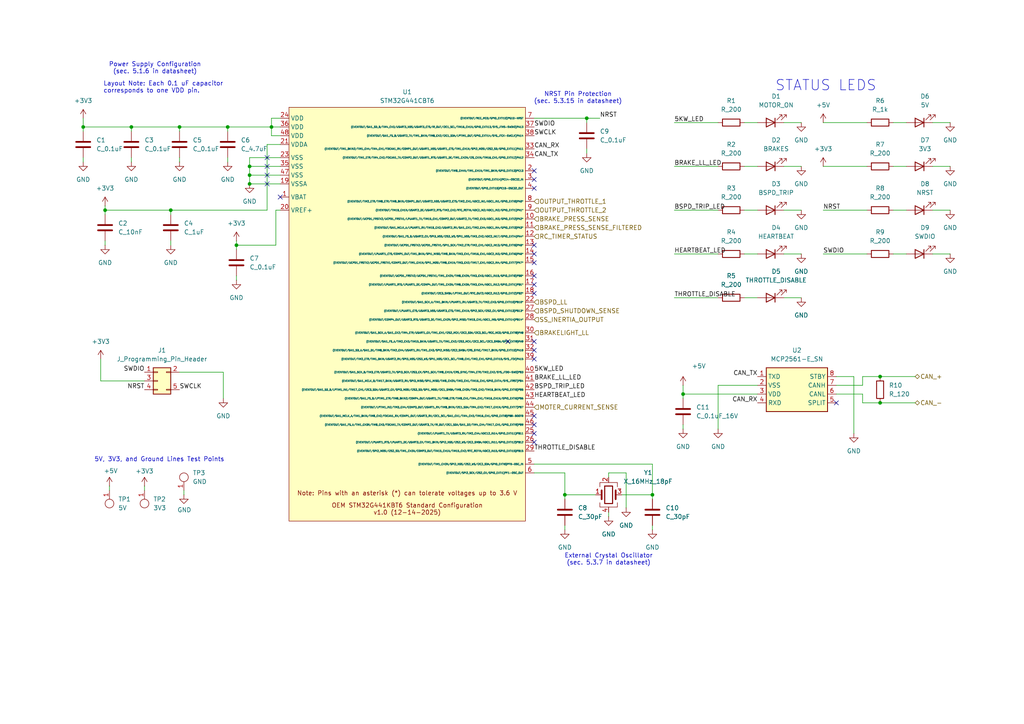
<source format=kicad_sch>
(kicad_sch (version 20250114) (generator "eeschema") (generator_version "9.0")
  (paper "A4")
  (title_block (title "Microcontroller - STM32G441CBT6") (comment 1 "By Leo Liao"))
  (lib_symbols
    (symbol "OEM:C_0.1uF_16V_0603" (pin_numbers (hide yes)) (pin_names (offset 0.254))
      (property "Reference" "C" (at 0.635 2.54 0))
      (property "Value" "C_0.1uF_16V" (at 0.635 -2.54 0))
      (symbol "C_0.1uF_16V_0603_1_1"
        (pin passive line (at 0 3.81 270) (length 2.794) (name "~") (number "1"))
        (pin passive line (at 0 -3.81 90) (length 2.794) (name "~") (number "2"))
      )
    )
    (symbol "OEM:C_10nF_50V_0603" (pin_numbers (hide yes)) (pin_names (offset 0.254))
      (property "Reference" "C" (at 0.635 2.54 0))
      (property "Value" "C_10nF_50V" (at 0.635 -2.54 0))
      (symbol "C_10nF_50V_0603_1_1"
        (pin passive line (at 0 3.81 270) (length 2.794) (name "~") (number "1"))
        (pin passive line (at 0 -3.81 90) (length 2.794) (name "~") (number "2"))
      )
    )
    (symbol "OEM:C_1uF_25V_0603" (pin_numbers (hide yes)) (pin_names (offset 0.254))
      (property "Reference" "C" (at 0.635 2.54 0))
      (property "Value" "C_1uF_25V" (at 0.635 -2.54 0))
      (symbol "C_1uF_25V_0603_1_1"
        (pin passive line (at 0 3.81 270) (length 2.794) (name "~") (number "1"))
        (pin passive line (at 0 -3.81 90) (length 2.794) (name "~") (number "2"))
      )
    )
    (symbol "OEM:C_30pF_50V_0603" (pin_numbers (hide yes)) (pin_names (offset 0.254))
      (property "Reference" "C" (at 0.635 2.54 0))
      (property "Value" "C_30pF_50V" (at 0.635 -2.54 0))
      (symbol "C_30pF_50V_0603_1_1"
        (pin passive line (at 0 3.81 270) (length 2.794) (name "~") (number "1"))
        (pin passive line (at 0 -3.81 90) (length 2.794) (name "~") (number "2"))
      )
    )
    (symbol "OEM:C_4.7uF_25V_0603" (pin_numbers (hide yes)) (pin_names (offset 0.254))
      (property "Reference" "C" (at 0.635 2.54 0))
      (property "Value" "C_4.7uF_25V" (at 0.635 -2.54 0))
      (symbol "C_4.7uF_25V_0603_1_1"
        (pin passive line (at 0 3.81 270) (length 2.794) (name "~") (number "1"))
        (pin passive line (at 0 -3.81 90) (length 2.794) (name "~") (number "2"))
      )
    )
    (symbol "OEM:D_LED_Amber_0805" (pin_numbers (hide yes)) (pin_names (offset 1.016) (hide yes))
      (property "Reference" "D" (at 0 2.54 0))
      (property "Value" "D_Amber_LED" (at 0 -2.54 0))
      (symbol "D_LED_Amber_0805_1_1"
        (pin passive line (at -3.81 0 0) (length 2.54) (name "K") (number "1"))
        (pin passive line (at 3.81 0 180) (length 2.54) (name "A") (number "2"))
      )
    )
    (symbol "OEM:D_LED_Green_0805" (pin_numbers (hide yes)) (pin_names (offset 1.016) (hide yes))
      (property "Reference" "D" (at 0 2.54 0))
      (property "Value" "D_Green_LED" (at 0 -2.54 0))
      (symbol "D_LED_Green_0805_1_1"
        (pin passive line (at -3.81 0 0) (length 2.54) (name "K") (number "1"))
        (pin passive line (at 3.81 0 180) (length 2.54) (name "A") (number "2"))
      )
    )
    (symbol "OEM:D_LED_Red_0805" (pin_numbers (hide yes)) (pin_names (offset 1.016) (hide yes))
      (property "Reference" "D" (at 0 2.54 0))
      (property "Value" "D_Red_LED" (at 0 -2.54 0))
      (symbol "D_LED_Red_0805_1_1"
        (pin passive line (at -3.81 0 0) (length 2.54) (name "K") (number "1"))
        (pin passive line (at 3.81 0 180) (length 2.54) (name "A") (number "2"))
      )
    )
    (symbol "OEM:D_LED_White_0805" (pin_numbers (hide yes)) (pin_names (offset 1.016) (hide yes))
      (property "Reference" "D" (at 0 2.54 0))
      (property "Value" "LED" (at 0 -2.54 0))
      (symbol "D_LED_White_0805_1_1"
        (pin passive line (at -3.81 0 0) (length 2.54) (name "K") (number "1"))
        (pin passive line (at 3.81 0 180) (length 2.54) (name "A") (number "2"))
      )
    )
    (symbol "OEM:J_Programming_Pin_Header" (pin_names (offset 1.016) (hide yes))
      (property "Reference" "J" (at 1.27 5.08 0))
      (property "Value" "J_Programming_Pin_Header" (at 1.27 -5.08 0))
      (symbol "J_Programming_Pin_Header_1_1"
        (pin passive line (at -3.81 2.54 0) (length 2.54) (name "Pin_1") (number "1"))
        (pin passive line (at -3.81 0 0) (length 2.54) (name "Pin_3") (number "3"))
        (pin passive line (at -3.81 -2.54 0) (length 2.54) (name "Pin_4") (number "4"))
        (pin passive line (at 6.35 2.54 180) (length 2.54) (name "Pin_2") (number "2"))
        (pin passive line (at 6.35 -2.54 180) (length 2.54) (name "Pin_5") (number "5"))
      )
    )
    (symbol "OEM:R_120_0.1W_0603" (pin_numbers (hide yes)) (pin_names (offset 0))
      (property "Reference" "R" (at 2.032 0 90))
      (property "Value" "R_120" (at 0 0 90))
      (symbol "R_120_0.1W_0603_1_1"
        (pin passive line (at 0 3.81 270) (length 1.27) (name "~") (number "1"))
        (pin passive line (at 0 -3.81 90) (length 1.27) (name "~") (number "2"))
      )
    )
    (symbol "OEM:R_1k_0.1W_0603" (pin_numbers (hide yes)) (pin_names (offset 0))
      (property "Reference" "R" (at 2.032 0 90))
      (property "Value" "R_1k" (at 0 0 90))
      (symbol "R_1k_0.1W_0603_1_1"
        (pin passive line (at 0 3.81 270) (length 1.27) (name "~") (number "1"))
        (pin passive line (at 0 -3.81 90) (length 1.27) (name "~") (number "2"))
      )
    )
    (symbol "OEM:R_200_0.1W_0603" (pin_numbers (hide yes)) (pin_names (offset 0))
      (property "Reference" "R" (at 2.032 0 90))
      (property "Value" "R_200" (at 0 0 90))
      (symbol "R_200_0.1W_0603_1_1"
        (pin passive line (at 0 3.81 270) (length 1.27) (name "~") (number "1"))
        (pin passive line (at 0 -3.81 90) (length 1.27) (name "~") (number "2"))
      )
    )
    (symbol "OEM:TP_Hook_SMD" (pin_names (offset 1.016))
      (property "Reference" "TP" (at 0 7.62 0))
      (property "Value" "TP_SMD" (at 1.27 5.08 0))
      (symbol "TP_Hook_SMD_1_1"
        (pin input line (at 0 -1.27 90) (length 2.54) (name "~") (number "1"))
      )
    )
    (symbol "OEM:U_CAN-Transceiver_MCP2561-E_SN_SOIC-8"
      (property "Reference" "U" (at 10.16 11.43 0))
      (property "Value" "MCP2561-E_SN" (at 10.16 8.89 0))
      (symbol "U_CAN-Transceiver_MCP2561-E_SN_SOIC-8_1_1"
        (pin passive line (at -11.43 3.81 0) (length 2.54) (name "TXD") (number "1"))
        (pin passive line (at -11.43 1.27 0) (length 2.54) (name "VSS") (number "2"))
        (pin passive line (at -11.43 -1.27 0) (length 2.54) (name "VDD") (number "3"))
        (pin passive line (at -11.43 -3.81 0) (length 2.54) (name "RXD") (number "4"))
        (pin passive line (at 11.43 3.81 180) (length 2.54) (name "STBY") (number "8"))
        (pin passive line (at 11.43 1.27 180) (length 2.54) (name "CANH") (number "7"))
        (pin passive line (at 11.43 -1.27 180) (length 2.54) (name "CANL") (number "6"))
        (pin passive line (at 11.43 -3.81 180) (length 2.54) (name "SPLIT") (number "5"))
      )
    )
    (symbol "OEM:U_MCU_STM32G441CBT6-Detailed_48-LQFP"
      (property "Reference" "U" (at 0 57.912 0))
      (property "Value" "STM32G441CBT6" (at 0 55.372 0))
      (symbol "U_MCU_STM32G441CBT6-Detailed_48-LQFP_1_1"
        (text "Note: Pins with an asterisk (*) can tolerate voltages up to 3.6 V\n" (at 0 -59.182 0) (effects (font (size 1.27 1.27))))
        (text "OEM STM32G441KBT6 Standard Configuration\nv1.0 (12-14-2025)" (at 0 -63.754 0) (effects (font (size 1.27 1.27))))
        (pin power_in line (at -36.83 49.53 0) (length 2.54) (name "VDD") (number "24"))
        (pin power_in line (at -36.83 46.99 0) (length 2.54) (name "VDD") (number "36"))
        (pin power_in line (at -36.83 44.45 0) (length 2.54) (name "VDD") (number "48"))
        (pin power_in line (at -36.83 41.91 0) (length 2.54) (name "VDDA") (number "21"))
        (pin power_in line (at -36.83 38.1 0) (length 2.54) (name "VSS") (number "23"))
        (pin power_in line (at -36.83 35.56 0) (length 2.54) (name "VSS") (number "35"))
        (pin power_in line (at -36.83 33.02 0) (length 2.54) (name "VSS") (number "47"))
        (pin power_in line (at -36.83 30.48 0) (length 2.54) (name "VSSA") (number "19"))
        (pin power_in line (at -36.83 26.67 0) (length 2.54) (name "VBAT") (number "1"))
        (pin power_in line (at -36.83 22.86 0) (length 2.54) (name "VREF+") (number "20"))
        (pin bidirectional line (at 36.83 49.53 180) (length 2.54) (name "(EVENTOUT/RCC_MCO/GPIO_EXTI10)PG10-NRST") (number "7"))
        (pin bidirectional line (at 36.83 46.99 180) (length 2.54) (name "(EVENTOUT/SAI1_SD_B/TIM4_CH3/USART3_NSS/USART3_CTS/IR_OUT/I2C1_SCL/TIM16_CH1N/GPIO_EXTI13/SYS_JTMS-SWDIO)PA13") (number "37"))
        (pin bidirectional line (at 36.83 44.45 180) (length 2.54) (name "(EVENTOUT/SAI1_FS_B/USART2_TX/TIM1_BKIN/TIM8_CH2/I2C1_SDA/LPTIM1_OUT/GPIO_EXTI14/SYS_JTCK-SWCLK)PA14") (number "38"))
        (pin bidirectional line (at 36.83 40.64 180) (length 2.54) (name "(EVENTOUT/TIM1_BKIN2/TIM1_CH4/TIM4_CH1/FDCAN1_RX/COMP1_OUT/USART1_NSS/USART1_CTS/TIM1_CH1N/SPI2_MOSI/I2S2_SD/GPIO_EXTI11)PA11") (number "33"))
        (pin bidirectional line (at 36.83 38.1 180) (length 2.54) (name "(EVENTOUT/TIM1_ETR/TIM4_CH2/FDCAN1_TX/COMP2_OUT/USART1_RTS/USART1_DE/TIM1_CH2N/I2S_CKIN/TIM16_CH1/GPIO_EXTI12)PA12") (number "34"))
        (pin bidirectional line (at 36.83 34.29 180) (length 2.54) (name "(EVENTOUT/TIM8_CH4N/TIM1_CH1N/TIM1_BKIN/GPIO_EXTI13)PC13") (number "2"))
        (pin bidirectional line (at 36.83 31.75 180) (length 2.54) (name "(EVENTOUT/GPIO_EXTI14)PC14-OSC32_IN") (number "3"))
        (pin bidirectional line (at 36.83 29.21 180) (length 2.54) (name "(EVENTOUT/GPIO_EXTI15)PC15-OSC32_OUT") (number "4"))
        (pin bidirectional line (at 36.83 25.4 180) (length 2.54) (name "(EVENTOUT/TIM2_ETR/TIM8_ETR/TIM8_BKIN/COMP1_OUT/USART2_NSS/USART2_CTS/TIM2_CH1/ADC2_IN1/ADC1_IN1/GPIO_EXTI0)PA0*") (number "8"))
        (pin bidirectional line (at 36.83 22.86 180) (length 2.54) (name "(EVENTOUT/TIM15_CH1N/USART2_DE/USART2_RTS/TIM2_CH2/RTC_REFIN/ADC2_IN2/ADC1_IN2/GPIO_EXTI1)PA1*") (number "9"))
        (pin bidirectional line (at 36.83 20.32 180) (length 2.54) (name "(EVENTOUT/UCPD1_FRSTX2/UCPD1_FRSTX1/LPUART1_TX/TIM15_CH1/COMP2_OUT/USART2_TX/TIM2_CH3/ADC1_IN3/GPIO_EXTI2)PA2*") (number "10"))
        (pin bidirectional line (at 36.83 17.78 180) (length 2.54) (name "(EVENTOUT/SAI1_MCLK_A/LPUART1_RX/TIM15_CH2/USART2_RX/SAI1_CK1/TIM2_CH4/ADC1_IN4/GPIO_EXTI3)PA3*") (number "11"))
        (pin bidirectional line (at 36.83 15.24 180) (length 2.54) (name "(EVENTOUT/SAI1_FS_B/USART2_CK/SPI3_NSS/I2S3_WS/SPI1_NSS/TIM3_CH2/ADC2_IN17/GPIO_EXTI4)PA4*") (number "12"))
        (pin bidirectional line (at 36.83 12.7 180) (length 2.54) (name "(EVENTOUT/UCPD1_FRSTX2/UCPD1_FRSTX1/SPI1_SCK/TIM2_ETR/TIM2_CH1/ADC2_IN13/GPIO_EXTI5)PA5*") (number "13"))
        (pin bidirectional line (at 36.83 10.16 180) (length 2.54) (name "(EVENTOUT/LPUART1_CTS/COMP1_OUT/TIM1_BKIN/SPI1_MISO/TIM8_BKIN/TIM3_CH1/TIM16_CH1/ADC2_IN3/GPIO_EXTI6)PA6*") (number "14"))
        (pin bidirectional line (at 36.83 7.62 180) (length 2.54) (name "(EVENTOUT/UCPD1_FRSTX2/UCPD1_FRSTX1/COMP2_OUT/TIM1_CH1N/SPI1_MOSI/TIM8_CH1N/TIM3_CH2/TIM17_CH1/ADC2_IN4/GPIO_EXTI7)PA7*") (number "15"))
        (pin bidirectional line (at 36.83 3.81 180) (length 2.54) (name "(EVENTOUT/UCPD1_FRSTX2/UCPD1_FRSTX1/TIM1_CH2N/TIM8_CH2N/TIM3_CH3/ADC1_IN15/GPIO_EXTI0)PB0*") (number "16"))
        (pin bidirectional line (at 36.83 1.27 180) (length 2.54) (name "(EVENTOUT/LPUART1_RTS/LPUART1_DE/COMP4_OUT/TIM1_CH3N/TIM8_CH3N/TIM3_CH4/ADC1_IN12/GPIO_EXTI1)PB1*") (number "17"))
        (pin bidirectional line (at 36.83 -1.27 180) (length 2.54) (name "(EVENTOUT/I2C3_SMBA/LPTIM1_OUT/RTC_OUT2/ADC2_IN12/GPIO_EXTI2)PB2*") (number "18"))
        (pin bidirectional line (at 36.83 -3.81 180) (length 2.54) (name "(EVENTOUT/SAI1_SCK_A/TIM1_BKIN/LPUART1_RX/USART3_TX/TIM2_CH3/GPIO_EXTI10)PB10*") (number "22"))
        (pin bidirectional line (at 36.83 -6.35 180) (length 2.54) (name "(EVENTOUT/LPUART1_CTS/USART3_NSS/USART3_CTS/TIM1_CH1N/SPI2_SCK/I2S2_CK/GPIO_EXTI13)PB13*") (number "27"))
        (pin bidirectional line (at 36.83 -8.89 180) (length 2.54) (name "(EVENTOUT/COMP4_OUT/USART3_RTS/USART3_DE/TIM1_CH2N/SPI2_MISO/TIM15_CH1/ADC1_IN5/GPIO_EXTI14)PB14*") (number "28"))
        (pin bidirectional line (at 36.83 -12.7 180) (length 2.54) (name "(EVENTOUT/SAI1_SCK_A/SAI1_CK2/TIM4_ETR/USART1_CK/TIM1_CH1/I2S2_MCK/I2C2_SDA/I2C3_SCL/RCC_MCO/GPIO_EXTI8)PA8") (number "30"))
        (pin bidirectional line (at 36.83 -15.24 180) (length 2.54) (name "(EVENTOUT/SAI1_FS_A/TIM2_CH3/TIM15_BKIN/USART1_TX/TIM1_CH2/I2S3_MCK/I2C2_SCL/I2C3_SMBA/GPIO_EXTI9)PA9") (number "31"))
        (pin bidirectional line (at 36.83 -17.78 180) (length 2.54) (name "(EVENTOUT/SAI1_SD_A/SAI1_D1/TIM8_BKIN/TIM2_CH4/USART1_RX/TIM1_CH3/SPI2_MISO/I2C2_SMBA/CRS_SYNC/TIM17_BKIN/GPIO_EXTI10)PA10") (number "32"))
        (pin bidirectional line (at 36.83 -20.32 180) (length 2.54) (name "(EVENTOUT/TIM2_ETR/TIM1_BKIN/USART2_RX/SPI3_NSS/I2S3_WS/SPI1_NSS/I2C1_SCL/TIM8_CH1/TIM2_CH1/GPIO_EXTI15/SYS_JTDI)PA15") (number "39"))
        (pin bidirectional line (at 36.83 -24.13 180) (length 2.54) (name "(EVENTOUT/SAI1_SCK_B/TIM3_ETR/USART2_TX/SPI3_SCK/I2S3_CK/SPI1_SCK/TIM8_CH1N/CRS_SYNC/TIM4_ETR/TIM2_CH2/SYS_JTDO-SWO)PB3") (number "40"))
        (pin bidirectional line (at 36.83 -26.67 180) (length 2.54) (name "(EVENTOUT/SAI1_MCLK_B/TIM17_BKIN/USART2_RX/SPI3_MISO/SPI1_MISO/TIM8_CH2N/TIM3_CH1/TIM16_CH1/GPIO_EXTI4/SYS_JTRST)PB4") (number "41"))
        (pin bidirectional line (at 36.83 -29.21 180) (length 2.54) (name "(EVENTOUT/SAI1_SD_B/LPTIM1_IN1/TIM17_CH1/I2C3_SDA/USART2_CK/SPI3_MOSI/I2S3_SD/SPI1_MOSI/I2C1_SMBA/TIM8_CH3N/TIM3_CH2/TIM16_BKIN/GPIO_EXTI5)PB5") (number "42"))
        (pin bidirectional line (at 36.83 -31.75 180) (length 2.54) (name "(EVENTOUT/SAI1_FS_B/LPTIM1_ETR/TIM8_BKIN2/COMP4_OUT/USART1_TX/TIM8_ETR/TIM8_CH1/TIM4_CH1/TIM16_CH1N/GPIO_EXTI6)PB6") (number "43"))
        (pin bidirectional line (at 36.83 -34.29 180) (length 2.54) (name "(EVENTOUT/LPTIM1_IN2/TIM3_CH4/COMP3_OUT/USART1_RX/TIM8_BKIN/I2C1_SDA/TIM4_CH2/TIM17_CH1N/GPIO_EXTI7)PB7") (number "44"))
        (pin bidirectional line (at 36.83 -36.83 180) (length 2.54) (name "(EVENTOUT/SAI1_MCLK_A/TIM1_BKIN/TIM8_CH2/FDCAN1_RX/COMP1_OUT/USART3_RX/I2C1_SCL/SAI1_CK1/TIM4_CH3/TIM16_CH1/GPIO_EXTI8)PB8-BOOT0") (number "45"))
        (pin bidirectional line (at 36.83 -39.37 180) (length 2.54) (name "(EVENTOUT/SAI1_FS_A/TIM1_CH3N/TIM8_CH3/FDCAN1_TX/COMP2_OUT/USART3_TX/IR_OUT/I2C1_SDA/SAI1_D2/TIM4_CH4/TIM17_CH1/GPIO_EXTI9)PB9") (number "46"))
        (pin bidirectional line (at 36.83 -41.91 180) (length 2.54) (name "(EVENTOUT/LPUART1_TX/USART3_RX/TIM2_CH4/ADC12_IN14/GPIO_EXTI11)PB11") (number "25"))
        (pin bidirectional line (at 36.83 -44.45 180) (length 2.54) (name "(EVENTOUT/LPUART1_RTS/LPUART1_DE/USART3_CK/TIM1_BKIN/SPI2_NSS/I2S2_WS/I2C2_SMBA/ADC1_IN11/GPIO_EXTI12)PB12") (number "26"))
        (pin bidirectional line (at 36.83 -46.99 180) (length 2.54) (name "(EVENTOUT/SPI2_MOSI/I2S2_SD/TIM1_CH3N/COMP3_OUT/TIM15_CH1N/TIM15_CH2/RTC_REFIN/ADC2_IN15/GPIO_EXTI15)PB15") (number "29"))
        (pin bidirectional line (at 36.83 -50.8 180) (length 2.54) (name "(EVENTOUT/TIM1_CH3N/SPI2_NSS/I2S2_WS/I2C2_SDA/GPIO_EXTI0)PF0-OSC_IN") (number "5"))
        (pin bidirectional line (at 36.83 -53.34 180) (length 2.54) (name "(EVENTOUT/SPI2_SCK/I2S2_CK/GPIO_EXTI1)PF1-OSC_OUT") (number "6"))
      )
    )
    (symbol "OEM:X_16MHz_18pF_SMD" (pin_names (offset 1.016) (hide yes))
      (property "Reference" "Y" (at 3.175 5.08 0))
      (property "Value" "X_16MHz_18pF" (at 3.175 3.175 0))
      (symbol "X_16MHz_18pF_SMD_1_1"
        (pin passive line (at -3.81 0 0) (length 1.27) (name "1") (number "1"))
        (pin passive line (at 0 5.08 270) (length 1.27) (name "2") (number "2"))
        (pin passive line (at 0 -5.08 90) (length 1.27) (name "4") (number "4"))
        (pin passive line (at 3.81 0 180) (length 1.27) (name "3") (number "3"))
      )
    )
    (symbol "power:+3V3" (power) (pin_numbers (hide yes)) (pin_names (offset 0) (hide yes))
      (property "Value" "+3V3" (at 0 3.556 0))
      (symbol "+3V3_1_1"
        (pin power_in line (at 0 0 90) (length 0) (name "~") (number "1"))
      )
    )
    (symbol "power:+5V" (power) (pin_numbers (hide yes)) (pin_names (offset 0) (hide yes))
      (property "Value" "+5V" (at 0 3.556 0))
      (symbol "+5V_1_1"
        (pin power_in line (at 0 0 90) (length 0) (name "~") (number "1"))
      )
    )
    (symbol "power:GND" (power) (pin_numbers (hide yes)) (pin_names (offset 0) (hide yes))
      (property "Value" "GND" (at 0 -3.81 0))
      (symbol "GND_1_1"
        (pin power_in line (at 0 0 270) (length 0) (name "~") (number "1"))
      )
    )
  )
  (text "Power Supply Configuration\n(sec. 5.1.6 in datasheet)" (at 44.958 19.812 0) (effects (font (size 1.27 1.27))))
  (text "NRST Pin Protection\n(sec. 5.3.15 in datasheet)" (at 167.64 28.448 0) (effects (font (size 1.27 1.27))))
  (text "Layout Note: Each 0.1 uF capacitor\ncorresponds to one VDD pin." (at 29.972 25.4 0) (effects (font (size 1.27 1.27)) (justify left)))
  (text "STATUS LEDS" (at 224.79 26.67 0) (effects (font (size 3 3)) (justify left bottom)))
  (text "5V, 3V3, and Ground Lines Test Points" (at 46.228 133.35 0) (effects (font (size 1.27 1.27))))
  (text "External Crystal Oscillator\n(sec. 5.3.7 in datasheet)" (at 176.53 162.306 0) (effects (font (size 1.27 1.27))))
  (junction (at 198.12 114.3))
  (junction (at 78.74 36.83))
  (junction (at 49.53 60.96))
  (junction (at 72.39 48.26))
  (junction (at 255.27 116.84))
  (junction (at 255.27 109.22))
  (junction (at 72.39 53.34))
  (junction (at 24.13 36.83))
  (junction (at 163.83 143.51))
  (junction (at 30.48 60.96))
  (junction (at 38.1 36.83))
  (junction (at 68.58 71.12))
  (junction (at 189.23 143.51))
  (junction (at 170.18 34.29))
  (junction (at 66.04 36.83))
  (junction (at 52.07 36.83))
  (junction (at 72.39 50.8))
  (no_connect (at 154.94 85.09))
  (no_connect (at 154.94 76.2))
  (no_connect (at 77.47 48.26))
  (no_connect (at 81.28 57.15))
  (no_connect (at 77.47 50.8))
  (no_connect (at 154.94 125.73))
  (no_connect (at 154.94 104.14))
  (no_connect (at 154.94 128.27))
  (no_connect (at 77.47 53.34))
  (no_connect (at 154.94 99.06))
  (no_connect (at 154.94 101.6))
  (no_connect (at 154.94 82.55))
  (no_connect (at 154.94 120.65))
  (no_connect (at 154.94 54.61))
  (no_connect (at 242.57 116.84))
  (no_connect (at 154.94 71.12))
  (no_connect (at 154.94 49.53))
  (no_connect (at 154.94 80.01))
  (no_connect (at 154.94 73.66))
  (no_connect (at 147.32 99.06))
  (no_connect (at 154.94 123.19))
  (no_connect (at 154.94 52.07))
  (no_connect (at 77.47 45.72))
  (wire (pts (xy 215.9 73.66) (xy 219.71 73.66)))
  (wire (pts (xy 176.53 148.59) (xy 176.53 149.86)))
  (wire (pts (xy 259.08 35.56) (xy 262.89 35.56)))
  (wire (pts (xy 163.83 143.51) (xy 163.83 137.16)))
  (wire (pts (xy 170.18 43.18) (xy 170.18 44.45)))
  (wire (pts (xy 66.04 45.72) (xy 66.04 46.99)))
  (wire (pts (xy 250.19 114.3) (xy 250.19 116.84)))
  (wire (pts (xy 78.74 34.29) (xy 81.28 34.29)))
  (wire (pts (xy 198.12 123.19) (xy 198.12 124.46)))
  (wire (pts (xy 181.61 137.16) (xy 181.61 147.32)))
  (wire (pts (xy 78.74 36.83) (xy 81.28 36.83)))
  (wire (pts (xy 163.83 153.67) (xy 163.83 152.4)))
  (wire (pts (xy 30.48 62.23) (xy 30.48 60.96)))
  (wire (pts (xy 195.58 86.36) (xy 208.28 86.36)))
  (wire (pts (xy 52.07 45.72) (xy 52.07 46.99)))
  (wire (pts (xy 176.53 137.16) (xy 181.61 137.16)))
  (wire (pts (xy 31.75 140.97) (xy 31.75 142.24)))
  (wire (pts (xy 198.12 114.3) (xy 198.12 115.57)))
  (wire (pts (xy 72.39 45.72) (xy 72.39 48.26)))
  (wire (pts (xy 78.74 39.37) (xy 81.28 39.37)))
  (wire (pts (xy 38.1 45.72) (xy 38.1 46.99)))
  (wire (pts (xy 189.23 143.51) (xy 189.23 144.78)))
  (wire (pts (xy 227.33 35.56) (xy 232.41 35.56)))
  (wire (pts (xy 68.58 69.85) (xy 68.58 71.12)))
  (wire (pts (xy 38.1 36.83) (xy 38.1 38.1)))
  (wire (pts (xy 53.34 142.24) (xy 53.34 143.51)))
  (wire (pts (xy 24.13 45.72) (xy 24.13 46.99)))
  (wire (pts (xy 250.19 116.84) (xy 255.27 116.84)))
  (wire (pts (xy 259.08 48.26) (xy 262.89 48.26)))
  (wire (pts (xy 24.13 36.83) (xy 24.13 38.1)))
  (wire (pts (xy 38.1 36.83) (xy 52.07 36.83)))
  (wire (pts (xy 80.01 71.12) (xy 80.01 60.96)))
  (wire (pts (xy 189.23 152.4) (xy 189.23 153.67)))
  (wire (pts (xy 195.58 60.96) (xy 208.28 60.96)))
  (wire (pts (xy 68.58 71.12) (xy 68.58 72.39)))
  (wire (pts (xy 52.07 107.95) (xy 64.77 107.95)))
  (wire (pts (xy 154.94 34.29) (xy 170.18 34.29)))
  (wire (pts (xy 163.83 143.51) (xy 172.72 143.51)))
  (wire (pts (xy 238.76 73.66) (xy 251.46 73.66)))
  (wire (pts (xy 154.94 134.62) (xy 189.23 134.62)))
  (wire (pts (xy 250.19 111.76) (xy 250.19 109.22)))
  (wire (pts (xy 49.53 69.85) (xy 49.53 71.12)))
  (wire (pts (xy 242.57 109.22) (xy 247.65 109.22)))
  (wire (pts (xy 189.23 134.62) (xy 189.23 143.51)))
  (wire (pts (xy 30.48 59.69) (xy 30.48 60.96)))
  (wire (pts (xy 80.01 60.96) (xy 81.28 60.96)))
  (wire (pts (xy 195.58 35.56) (xy 208.28 35.56)))
  (wire (pts (xy 227.33 73.66) (xy 232.41 73.66)))
  (wire (pts (xy 215.9 60.96) (xy 219.71 60.96)))
  (wire (pts (xy 72.39 48.26) (xy 81.28 48.26)))
  (wire (pts (xy 238.76 35.56) (xy 251.46 35.56)))
  (wire (pts (xy 24.13 36.83) (xy 38.1 36.83)))
  (wire (pts (xy 265.43 109.22) (xy 255.27 109.22)))
  (wire (pts (xy 49.53 60.96) (xy 49.53 62.23)))
  (wire (pts (xy 198.12 114.3) (xy 219.71 114.3)))
  (wire (pts (xy 227.33 48.26) (xy 232.41 48.26)))
  (wire (pts (xy 66.04 36.83) (xy 66.04 38.1)))
  (wire (pts (xy 77.47 41.91) (xy 77.47 60.96)))
  (wire (pts (xy 72.39 50.8) (xy 72.39 48.26)))
  (wire (pts (xy 195.58 73.66) (xy 208.28 73.66)))
  (wire (pts (xy 29.21 110.49) (xy 41.91 110.49)))
  (wire (pts (xy 68.58 71.12) (xy 80.01 71.12)))
  (wire (pts (xy 64.77 107.95) (xy 64.77 115.57)))
  (wire (pts (xy 227.33 60.96) (xy 232.41 60.96)))
  (wire (pts (xy 215.9 86.36) (xy 219.71 86.36)))
  (wire (pts (xy 78.74 36.83) (xy 78.74 39.37)))
  (wire (pts (xy 68.58 80.01) (xy 68.58 81.28)))
  (wire (pts (xy 24.13 34.29) (xy 24.13 36.83)))
  (wire (pts (xy 215.9 35.56) (xy 219.71 35.56)))
  (wire (pts (xy 208.28 111.76) (xy 208.28 124.46)))
  (wire (pts (xy 30.48 71.12) (xy 30.48 69.85)))
  (wire (pts (xy 78.74 34.29) (xy 78.74 36.83)))
  (wire (pts (xy 250.19 109.22) (xy 255.27 109.22)))
  (wire (pts (xy 72.39 53.34) (xy 81.28 53.34)))
  (wire (pts (xy 72.39 50.8) (xy 81.28 50.8)))
  (wire (pts (xy 49.53 60.96) (xy 77.47 60.96)))
  (wire (pts (xy 52.07 36.83) (xy 52.07 38.1)))
  (wire (pts (xy 180.34 143.51) (xy 189.23 143.51)))
  (wire (pts (xy 41.91 140.97) (xy 41.91 142.24)))
  (wire (pts (xy 52.07 36.83) (xy 66.04 36.83)))
  (wire (pts (xy 270.51 73.66) (xy 275.59 73.66)))
  (wire (pts (xy 208.28 111.76) (xy 219.71 111.76)))
  (wire (pts (xy 270.51 48.26) (xy 275.59 48.26)))
  (wire (pts (xy 163.83 143.51) (xy 163.83 144.78)))
  (wire (pts (xy 30.48 60.96) (xy 49.53 60.96)))
  (wire (pts (xy 170.18 34.29) (xy 170.18 35.56)))
  (wire (pts (xy 72.39 50.8) (xy 72.39 53.34)))
  (wire (pts (xy 154.94 137.16) (xy 163.83 137.16)))
  (wire (pts (xy 259.08 60.96) (xy 262.89 60.96)))
  (wire (pts (xy 238.76 48.26) (xy 251.46 48.26)))
  (wire (pts (xy 215.9 48.26) (xy 219.71 48.26)))
  (wire (pts (xy 195.58 48.26) (xy 208.28 48.26)))
  (wire (pts (xy 227.33 86.36) (xy 232.41 86.36)))
  (wire (pts (xy 176.53 137.16) (xy 176.53 138.43)))
  (wire (pts (xy 270.51 35.56) (xy 275.59 35.56)))
  (wire (pts (xy 242.57 114.3) (xy 250.19 114.3)))
  (wire (pts (xy 270.51 60.96) (xy 275.59 60.96)))
  (wire (pts (xy 29.21 110.49) (xy 29.21 104.14)))
  (wire (pts (xy 77.47 41.91) (xy 81.28 41.91)))
  (wire (pts (xy 247.65 109.22) (xy 247.65 125.73)))
  (wire (pts (xy 66.04 36.83) (xy 78.74 36.83)))
  (wire (pts (xy 255.27 116.84) (xy 265.43 116.84)))
  (wire (pts (xy 72.39 45.72) (xy 81.28 45.72)))
  (wire (pts (xy 238.76 60.96) (xy 251.46 60.96)))
  (wire (pts (xy 259.08 73.66) (xy 262.89 73.66)))
  (wire (pts (xy 170.18 34.29) (xy 173.99 34.29)))
  (wire (pts (xy 198.12 111.76) (xy 198.12 114.3)))
  (wire (pts (xy 242.57 111.76) (xy 250.19 111.76)))
  (label "CAN_RX" (at 219.71 116.84 180))
  (label "SWDIO" (at 238.76 73.66 0))
  (label "NRST" (at 238.76 60.96 0))
  (label "THROTTLE_DISABLE" (at 154.94 130.81 0))
  (label "THROTTLE_DISABLE" (at 195.58 86.36 0))
  (label "CAN_TX" (at 219.71 109.22 180))
  (label "SWDIO" (at 41.91 107.95 180))
  (label "NRST" (at 41.91 113.03 180))
  (label "SWCLK" (at 154.94 39.37 0))
  (label "SWDIO" (at 154.94 36.83 0))
  (label "CAN_TX" (at 154.94 45.72 0))
  (label "5KW_LED" (at 195.58 35.56 0))
  (label "HEARTBEAT_LED" (at 154.94 115.57 0))
  (label "HEARTBEAT_LED" (at 195.58 73.66 0))
  (label "5KW_LED" (at 154.94 107.95 0))
  (label "NRST" (at 173.99 34.29 0))
  (label "BRAKE_LL_LED" (at 195.58 48.26 0))
  (label "CAN_RX" (at 154.94 43.18 0))
  (label "BRAKE_LL_LED" (at 154.94 110.49 0))
  (label "BSPD_TRIP_LED" (at 154.94 113.03 0))
  (label "BSPD_TRIP_LED" (at 195.58 60.96 0))
  (label "SWCLK" (at 52.07 113.03 0))
  (hierarchical_label "CAN_+" (shape bidirectional) (at 265.43 109.22 0))
  (hierarchical_label "BRAKE_PRESS_SENSE" (shape input) (at 154.94 63.5 0))
  (hierarchical_label "RC_TIMER_STATUS" (shape input) (at 154.94 68.58 0))
  (hierarchical_label "BSPD_SHUTDOWN_SENSE" (shape input) (at 154.94 90.17 0))
  (hierarchical_label "SS_INERTIA_OUTPUT" (shape input) (at 154.94 92.71 0))
  (hierarchical_label "BSPD_LL" (shape input) (at 154.94 87.63 0))
  (hierarchical_label "BRAKE_PRESS_SENSE_FILTERED" (shape input) (at 154.94 66.04 0))
  (hierarchical_label "OUTPUT_THROTTLE_1" (shape input) (at 154.94 58.42 0))
  (hierarchical_label "MOTER_CURRENT_SENSE" (shape input) (at 154.94 118.11 0))
  (hierarchical_label "CAN_-" (shape bidirectional) (at 265.43 116.84 0))
  (hierarchical_label "OUTPUT_THROTTLE_2" (shape input) (at 154.94 60.96 0))
  (hierarchical_label "BRAKELIGHT_LL" (shape input) (at 154.94 96.52 0))
  (symbol (lib_id "OEM:X_16MHz_18pF_SMD") (at 176.53 143.51 0) (unit 1)
    (property "Reference" "Y1" (at 187.96 137.0898 0))
    (property "Value" "X_16MHz_18pF" (at 187.96 139.6298 0))
    (property "Footprint" "OEM:FA238160000MBC0 (X_16MHz_18pF_SMD - FA-238_16.0000MB-C0)" (effects (hide yes)))
    (property "Datasheet" "https://www.mouser.com/datasheet/3/97/1/FA-238_en.pdf" (effects (hide yes)))
    (property "Description" "CRYSTAL 16.0000MHZ 18PF SMD" (effects (hide yes)))
    (property "MPN" "FA-238 16.0000MB-C0" (effects (hide yes)))
  )
  (symbol (lib_id "OEM:TP_Hook_SMD") (at 31.75 143.51 180) (unit 1)
    (property "Reference" "TP1" (at 34.29 144.7799 0) (effects (justify right)))
    (property "Value" "5V" (at 34.29 147.3199 0) (effects (justify right)))
    (property "Footprint" "OEM:TP_Hook_SMD" (effects (hide yes)))
    (property "Datasheet" "https://www.mouser.com/datasheet/3/201/1/5019.PDF" (effects (hide yes)))
    (property "Description" "Test Point SMD Hook" (effects (hide yes)))
    (property "MPN" "5019" (effects (hide yes)))
  )
  (symbol (lib_id "power:GND") (at 247.65 125.73 0) (unit 1)
    (property "Reference" "#PWR?" (effects (hide yes)))
    (property "Value" "GND" (at 247.65 130.81 0))
    (property "Description" "Power symbol creates a global label with name \"GND\" , ground" (effects (hide yes)))
  )
  (symbol (lib_id "power:GND") (at 232.41 73.66 0) (unit 1)
    (property "Reference" "#PWR?" (effects (hide yes)))
    (property "Value" "GND" (at 232.41 78.74 0))
    (property "Description" "Power symbol creates a global label with name \"GND\" , ground" (effects (hide yes)))
  )
  (symbol (lib_id "power:+5V") (at 238.76 35.56 0) (unit 1)
    (property "Reference" "#PWR?" (effects (hide yes)))
    (property "Value" "+5V" (at 238.76 30.48 0))
    (property "Description" "Power symbol creates a global label with name \"+5V\"" (effects (hide yes)))
  )
  (symbol (lib_id "power:GND") (at 38.1 46.99 0) (unit 1)
    (property "Reference" "#PWR?" (effects (hide yes)))
    (property "Value" "GND" (at 38.1 52.07 0))
    (property "Description" "Power symbol creates a global label with name \"GND\" , ground" (effects (hide yes)))
  )
  (symbol (lib_id "power:+3V3") (at 30.48 59.69 0) (unit 1)
    (property "Reference" "#PWR?" (effects (hide yes)))
    (property "Value" "+3V3" (at 30.48 54.61 0))
    (property "Description" "Power symbol creates a global label with name \"+3V3\"" (effects (hide yes)))
  )
  (symbol (lib_id "OEM:D_LED_Red_0805") (at 223.52 60.96 180) (unit 1)
    (property "Reference" "D3" (at 225.1075 53.34 0))
    (property "Value" "BSPD_TRIP" (at 225.1075 55.88 0))
    (property "Footprint" "OEM:D_0805_2012Metric" (effects (hide yes)))
    (property "Datasheet" "https://www.mouser.com/catalog/specsheets/Lite-On-LTST-C171KRKT.pdf" (effects (hide yes)))
    (property "Description" "LED RED CLEAR SMD" (effects (hide yes)))
    (property "Sim.Pins" "1=K 2=A" (effects (hide yes)))
    (property "MPN" "LTST-C171KRKT" (effects (hide yes)))
  )
  (symbol (lib_id "power:+5V") (at 198.12 111.76 0) (unit 1)
    (property "Reference" "#PWR?" (effects (hide yes)))
    (property "Value" "+5V" (at 202.692 106.172 0))
    (property "Description" "Power symbol creates a global label with name \"+5V\"" (effects (hide yes)))
  )
  (symbol (lib_id "OEM:D_LED_Green_0805") (at 266.7 73.66 180) (unit 1)
    (property "Reference" "D9" (at 268.2875 66.04 0))
    (property "Value" "SWDIO" (at 268.2875 68.58 0))
    (property "Footprint" "OEM:D_0805_2012Metric" (effects (hide yes)))
    (property "Datasheet" "https://www.mouser.com/catalog/specsheets/Lite-On-LTST-C170KGKT.pdf" (effects (hide yes)))
    (property "Description" "LED GREEN CLEAR SMD" (effects (hide yes)))
    (property "Sim.Pins" "1=K 2=A" (effects (hide yes)))
    (property "MPN" "LTST-C170KGKT" (effects (hide yes)))
  )
  (symbol (lib_id "power:GND") (at 52.07 46.99 0) (unit 1)
    (property "Reference" "#PWR?" (effects (hide yes)))
    (property "Value" "GND" (at 52.07 52.07 0))
    (property "Description" "Power symbol creates a global label with name \"GND\" , ground" (effects (hide yes)))
  )
  (symbol (lib_id "OEM:R_200_0.1W_0603") (at 212.09 86.36 90) (unit 1)
    (property "Reference" "R5" (at 212.09 80.01 90))
    (property "Value" "R_200" (at 212.09 82.55 90))
    (property "Footprint" "OEM:R_0603_1608Metric" (effects (hide yes)))
    (property "Datasheet" "https://www.mouser.com/datasheet/3/317/1/ASC_WR.pdf" (effects (hide yes)))
    (property "Description" "RES 200 OHM 1% 1/10W 0603" (effects (hide yes)))
    (property "MPN" "WR06X2000FTL" (effects (hide yes)))
  )
  (symbol (lib_id "power:GND") (at 49.53 71.12 0) (unit 1)
    (property "Reference" "#PWR?" (effects (hide yes)))
    (property "Value" "GND" (at 49.53 76.2 0))
    (property "Description" "Power symbol creates a global label with name \"GND\" , ground" (effects (hide yes)))
  )
  (symbol (lib_id "power:GND") (at 198.12 124.46 0) (unit 1)
    (property "Reference" "#PWR?" (effects (hide yes)))
    (property "Value" "GND" (at 198.12 129.54 0))
    (property "Description" "Power symbol creates a global label with name \"GND\" , ground" (effects (hide yes)))
  )
  (symbol (lib_id "OEM:D_LED_White_0805") (at 266.7 35.56 180) (unit 1)
    (property "Reference" "D6" (at 268.2875 27.94 0))
    (property "Value" "5V" (at 268.2875 30.48 0))
    (property "Footprint" "OEM:D_0805_2012Metric" (effects (hide yes)))
    (property "Datasheet" "https://www.qt-brightek.com/datasheet/QBLP631_series.pdf" (effects (hide yes)))
    (property "Description" "LED WHITE DIFFUSED 0805 SMD" (effects (hide yes)))
    (property "Sim.Pins" "1=K 2=A" (effects (hide yes)))
    (property "MPN" "QBLP631-IW" (effects (hide yes)))
  )
  (symbol (lib_id "OEM:D_LED_Amber_0805") (at 223.52 35.56 180) (unit 1)
    (property "Reference" "D1" (at 225.1075 27.94 0))
    (property "Value" "MOTOR_ON" (at 225.1075 30.48 0))
    (property "Footprint" "OEM:D_0805_2012Metric" (effects (hide yes)))
    (property "Datasheet" "https://www.mouser.com/catalog/specsheets/ltstc171aktliteon.pdf" (effects (hide yes)))
    (property "Description" "LED ORANGE CLEAR SMD" (effects (hide yes)))
    (property "Sim.Pins" "1=K 2=A" (effects (hide yes)))
    (property "MPN" " LTST-C171AKT " (effects (hide yes)))
  )
  (symbol (lib_id "OEM:C_4.7uF_25V_0603") (at 66.04 41.91 0) (unit 1)
    (property "Reference" "C6" (at 69.85 40.6399 0) (effects (justify left)))
    (property "Value" "C_4.7uF" (at 69.85 43.1799 0) (effects (justify left)))
    (property "Footprint" "OEM:C_0603_1608Metric" (effects (hide yes)))
    (property "Datasheet" "https://www.mouser.com/catalog/specsheets/mure-s-a0004413631-1.pdf" (effects (hide yes)))
    (property "Description" "CAP CER 4.7UF 25V X5R 0603" (effects (hide yes)))
    (property "MPN" "GRT188R61E475ME13D" (effects (hide yes)))
  )
  (symbol (lib_id "power:GND") (at 232.41 86.36 0) (unit 1)
    (property "Reference" "#PWR?" (effects (hide yes)))
    (property "Value" "GND" (at 232.41 91.44 0))
    (property "Description" "Power symbol creates a global label with name \"GND\" , ground" (effects (hide yes)))
  )
  (symbol (lib_id "power:GND") (at 275.59 48.26 0) (unit 1)
    (property "Reference" "#PWR?" (effects (hide yes)))
    (property "Value" "GND" (at 275.59 53.34 0))
    (property "Description" "Power symbol creates a global label with name \"GND\" , ground" (effects (hide yes)))
  )
  (symbol (lib_id "OEM:TP_Hook_SMD") (at 41.91 143.51 180) (unit 1)
    (property "Reference" "TP2" (at 44.45 144.7799 0) (effects (justify right)))
    (property "Value" "3V3" (at 44.45 147.3199 0) (effects (justify right)))
    (property "Footprint" "OEM:TP_Hook_SMD" (effects (hide yes)))
    (property "Datasheet" "https://www.mouser.com/datasheet/3/201/1/5019.PDF" (effects (hide yes)))
    (property "Description" "Test Point SMD Hook" (effects (hide yes)))
    (property "MPN" "5019" (effects (hide yes)))
  )
  (symbol (lib_id "OEM:R_200_0.1W_0603") (at 255.27 60.96 90) (unit 1)
    (property "Reference" "R8" (at 255.27 54.61 90))
    (property "Value" "R_200" (at 255.27 57.15 90))
    (property "Footprint" "OEM:R_0603_1608Metric" (effects (hide yes)))
    (property "Datasheet" "https://www.mouser.com/datasheet/3/317/1/ASC_WR.pdf" (effects (hide yes)))
    (property "Description" "RES 200 OHM 1% 1/10W 0603" (effects (hide yes)))
    (property "MPN" "WR06X2000FTL" (effects (hide yes)))
  )
  (symbol (lib_id "power:GND") (at 176.53 149.86 0) (unit 1)
    (property "Reference" "#PWR?" (effects (hide yes)))
    (property "Value" "GND" (at 176.53 154.94 0))
    (property "Description" "Power symbol creates a global label with name \"GND\" , ground" (effects (hide yes)))
  )
  (symbol (lib_id "power:+3V3") (at 68.58 69.85 0) (unit 1)
    (property "Reference" "#PWR?" (effects (hide yes)))
    (property "Value" "+3V3" (at 68.58 64.77 0))
    (property "Description" "Power symbol creates a global label with name \"+3V3\"" (effects (hide yes)))
  )
  (symbol (lib_id "power:GND") (at 189.23 153.67 0) (unit 1)
    (property "Reference" "#PWR?" (effects (hide yes)))
    (property "Value" "GND" (at 189.23 158.75 0))
    (property "Description" "Power symbol creates a global label with name \"GND\" , ground" (effects (hide yes)))
  )
  (symbol (lib_id "OEM:R_1k_0.1W_0603") (at 255.27 35.56 90) (unit 1)
    (property "Reference" "R6" (at 255.27 29.21 90))
    (property "Value" "R_1k" (at 255.27 31.75 90))
    (property "Footprint" "OEM:R_0603_1608Metric" (effects (hide yes)))
    (property "Datasheet" "https://www.mouser.com/datasheet/3/1099/1/SEI-RMCF_RMCP.pdf (or https://industrial.panasonic.com/ww/products/pt/general-purpose-chip-resistors/models/ERJ3GEYJ102V)" (effects (hide yes)))
    (property "Description" "RES SMD 1K OHM 5% 1/10W 0603" (effects (hide yes)))
    (property "MPN" "RMCF0603FT1K00 (or ERJ-3GEYJ102V)" (effects (hide yes)))
  )
  (symbol (lib_id "OEM:R_200_0.1W_0603") (at 255.27 73.66 90) (unit 1)
    (property "Reference" "R9" (at 255.27 67.31 90))
    (property "Value" "R_200" (at 255.27 69.85 90))
    (property "Footprint" "OEM:R_0603_1608Metric" (effects (hide yes)))
    (property "Datasheet" "https://www.mouser.com/datasheet/3/317/1/ASC_WR.pdf" (effects (hide yes)))
    (property "Description" "RES 200 OHM 1% 1/10W 0603" (effects (hide yes)))
    (property "MPN" "WR06X2000FTL" (effects (hide yes)))
  )
  (symbol (lib_id "OEM:U_MCU_STM32G441CBT6-Detailed_48-LQFP") (at 118.11 83.82 0) (unit 1)
    (property "Reference" "U1" (at 118.11 26.67 0))
    (property "Value" "STM32G441CBT6" (at 118.11 29.21 0))
    (property "Footprint" "OEM:LQFP-48_7x7mm_P0.5mm" (effects (hide yes)))
    (property "Datasheet" "https://www.st.com/resource/en/datasheet/stm32g441cb.pdf" (effects (hide yes)))
    (property "Description" "IC MCU 32BIT 128KB FLASH 48LQFP" (effects (hide yes)))
    (property "MPN" "STM32G441CBT6" (effects (hide yes)))
  )
  (symbol (lib_id "OEM:C_0.1uF_16V_0603") (at 198.12 119.38 0) (unit 1)
    (property "Reference" "C11" (at 201.93 118.1099 0) (effects (justify left)))
    (property "Value" "C_0.1uF_16V" (at 201.93 120.6499 0) (effects (justify left)))
    (property "Footprint" "OEM:C_0603_1608Metric" (effects (hide yes)))
    (property "Datasheet" "https://www.mouser.com/datasheet/3/72/1/KEM_C1005_Y5V_SMD.pdf" (effects (hide yes)))
    (property "Description" "CAP CER 0.1UF 16V Y5V 0603" (effects (hide yes)))
    (property "MPN" "C0603C104Z4VACTU" (effects (hide yes)))
  )
  (symbol (lib_id "OEM:C_0.1uF_16V_0603") (at 170.18 39.37 0) (unit 1)
    (property "Reference" "C9" (at 173.99 38.0999 0) (effects (justify left)))
    (property "Value" "C_0.1uF" (at 173.99 40.6399 0) (effects (justify left)))
    (property "Footprint" "OEM:C_0603_1608Metric" (effects (hide yes)))
    (property "Datasheet" "https://www.mouser.com/datasheet/3/72/1/KEM_C1005_Y5V_SMD.pdf" (effects (hide yes)))
    (property "Description" "CAP CER 0.1UF 16V Y5V 0603" (effects (hide yes)))
    (property "MPN" "C0603C104Z4VACTU" (effects (hide yes)))
  )
  (symbol (lib_id "OEM:D_LED_Green_0805") (at 266.7 60.96 180) (unit 1)
    (property "Reference" "D8" (at 268.2875 53.34 0))
    (property "Value" "NRST" (at 268.2875 55.88 0))
    (property "Footprint" "OEM:D_0805_2012Metric" (effects (hide yes)))
    (property "Datasheet" "https://www.mouser.com/catalog/specsheets/Lite-On-LTST-C170KGKT.pdf" (effects (hide yes)))
    (property "Description" "LED GREEN CLEAR SMD" (effects (hide yes)))
    (property "Sim.Pins" "1=K 2=A" (effects (hide yes)))
    (property "MPN" "LTST-C170KGKT" (effects (hide yes)))
  )
  (symbol (lib_id "OEM:R_200_0.1W_0603") (at 255.27 48.26 90) (unit 1)
    (property "Reference" "R7" (at 255.27 41.91 90))
    (property "Value" "R_200" (at 255.27 44.45 90))
    (property "Footprint" "OEM:R_0603_1608Metric" (effects (hide yes)))
    (property "Datasheet" "https://www.mouser.com/datasheet/3/317/1/ASC_WR.pdf" (effects (hide yes)))
    (property "Description" "RES 200 OHM 1% 1/10W 0603" (effects (hide yes)))
    (property "MPN" "WR06X2000FTL" (effects (hide yes)))
  )
  (symbol (lib_id "OEM:D_LED_Amber_0805") (at 223.52 48.26 180) (unit 1)
    (property "Reference" "D2" (at 225.1075 40.64 0))
    (property "Value" "BRAKES" (at 225.1075 43.18 0))
    (property "Footprint" "OEM:D_0805_2012Metric" (effects (hide yes)))
    (property "Datasheet" "https://www.mouser.com/catalog/specsheets/ltstc171aktliteon.pdf" (effects (hide yes)))
    (property "Description" "LED ORANGE CLEAR SMD" (effects (hide yes)))
    (property "Sim.Pins" "1=K 2=A" (effects (hide yes)))
    (property "MPN" " LTST-C171AKT " (effects (hide yes)))
  )
  (symbol (lib_id "power:GND") (at 30.48 71.12 0) (unit 1)
    (property "Reference" "#PWR?" (effects (hide yes)))
    (property "Value" "GND" (at 30.48 76.2 0))
    (property "Description" "Power symbol creates a global label with name \"GND\" , ground" (effects (hide yes)))
  )
  (symbol (lib_id "OEM:R_200_0.1W_0603") (at 212.09 48.26 90) (unit 1)
    (property "Reference" "R2" (at 212.09 41.91 90))
    (property "Value" "R_200" (at 212.09 44.45 90))
    (property "Footprint" "OEM:R_0603_1608Metric" (effects (hide yes)))
    (property "Datasheet" "https://www.mouser.com/datasheet/3/317/1/ASC_WR.pdf" (effects (hide yes)))
    (property "Description" "RES 200 OHM 1% 1/10W 0603" (effects (hide yes)))
    (property "MPN" "WR06X2000FTL" (effects (hide yes)))
  )
  (symbol (lib_id "power:+3V3") (at 29.21 104.14 0) (unit 1)
    (property "Reference" "#PWR?" (effects (hide yes)))
    (property "Value" "+3V3" (at 29.21 99.06 0))
    (property "Description" "Power symbol creates a global label with name \"+3V3\"" (effects (hide yes)))
  )
  (symbol (lib_id "OEM:C_30pF_50V_0603") (at 189.23 148.59 0) (unit 1)
    (property "Reference" "C10" (at 193.04 147.3199 0) (effects (justify left)))
    (property "Value" "C_30pF" (at 193.04 149.8599 0) (effects (justify left)))
    (property "Footprint" "OEM:C_0603_1608Metric" (effects (hide yes)))
    (property "Datasheet" "https://www.mouser.com/datasheet/3/1099/1/SEI-CML.PDF" (effects (hide yes)))
    (property "Description" "CAP CER 30PF 50V C0G/NP0 0603" (effects (hide yes)))
    (property "MPN" "CML0603C0G300JT50V" (effects (hide yes)))
  )
  (symbol (lib_id "power:GND") (at 170.18 44.45 0) (unit 1)
    (property "Reference" "#PWR?" (effects (hide yes)))
    (property "Value" "GND" (at 170.18 49.53 0))
    (property "Description" "Power symbol creates a global label with name \"GND\" , ground" (effects (hide yes)))
  )
  (symbol (lib_id "power:GND") (at 275.59 60.96 0) (unit 1)
    (property "Reference" "#PWR?" (effects (hide yes)))
    (property "Value" "GND" (at 275.59 66.04 0))
    (property "Description" "Power symbol creates a global label with name \"GND\" , ground" (effects (hide yes)))
  )
  (symbol (lib_id "power:GND") (at 208.28 124.46 0) (unit 1)
    (property "Reference" "#PWR?" (effects (hide yes)))
    (property "Value" "GND" (at 208.28 129.54 0))
    (property "Description" "Power symbol creates a global label with name \"GND\" , ground" (effects (hide yes)))
  )
  (symbol (lib_id "power:GND") (at 232.41 60.96 0) (unit 1)
    (property "Reference" "#PWR?" (effects (hide yes)))
    (property "Value" "GND" (at 232.41 66.04 0))
    (property "Description" "Power symbol creates a global label with name \"GND\" , ground" (effects (hide yes)))
  )
  (symbol (lib_id "OEM:D_LED_White_0805") (at 223.52 86.36 180) (unit 1)
    (property "Reference" "D5" (at 225.1075 78.74 0))
    (property "Value" "THROTTLE_DISABLE" (at 225.1075 81.28 0))
    (property "Footprint" "OEM:D_0805_2012Metric" (effects (hide yes)))
    (property "Datasheet" "https://www.qt-brightek.com/datasheet/QBLP631_series.pdf" (effects (hide yes)))
    (property "Description" "LED WHITE DIFFUSED 0805 SMD" (effects (hide yes)))
    (property "Sim.Pins" "1=K 2=A" (effects (hide yes)))
    (property "MPN" "QBLP631-IW" (effects (hide yes)))
  )
  (symbol (lib_id "OEM:C_0.1uF_16V_0603") (at 24.13 41.91 0) (unit 1)
    (property "Reference" "C1" (at 27.94 40.6399 0) (effects (justify left)))
    (property "Value" "C_0.1uF" (at 27.94 43.1799 0) (effects (justify left)))
    (property "Footprint" "OEM:C_0603_1608Metric" (effects (hide yes)))
    (property "Datasheet" "https://www.mouser.com/datasheet/3/72/1/KEM_C1005_Y5V_SMD.pdf" (effects (hide yes)))
    (property "Description" "CAP CER 0.1UF 16V Y5V 0603" (effects (hide yes)))
    (property "MPN" "C0603C104Z4VACTU" (effects (hide yes)))
  )
  (symbol (lib_id "OEM:R_200_0.1W_0603") (at 212.09 35.56 90) (unit 1)
    (property "Reference" "R1" (at 212.09 29.21 90))
    (property "Value" "R_200" (at 212.09 31.75 90))
    (property "Footprint" "OEM:R_0603_1608Metric" (effects (hide yes)))
    (property "Datasheet" "https://www.mouser.com/datasheet/3/317/1/ASC_WR.pdf" (effects (hide yes)))
    (property "Description" "RES 200 OHM 1% 1/10W 0603" (effects (hide yes)))
    (property "MPN" "WR06X2000FTL" (effects (hide yes)))
  )
  (symbol (lib_id "OEM:C_0.1uF_16V_0603") (at 68.58 76.2 0) (unit 1)
    (property "Reference" "C7" (at 72.39 74.9299 0) (effects (justify left)))
    (property "Value" "C_0.1uF" (at 72.39 77.4699 0) (effects (justify left)))
    (property "Footprint" "OEM:C_0603_1608Metric" (effects (hide yes)))
    (property "Datasheet" "https://www.mouser.com/datasheet/3/72/1/KEM_C1005_Y5V_SMD.pdf" (effects (hide yes)))
    (property "Description" "CAP CER 0.1UF 16V Y5V 0603" (effects (hide yes)))
    (property "MPN" "C0603C104Z4VACTU" (effects (hide yes)))
  )
  (symbol (lib_id "OEM:R_200_0.1W_0603") (at 212.09 73.66 90) (unit 1)
    (property "Reference" "R4" (at 212.09 67.31 90))
    (property "Value" "R_200" (at 212.09 69.85 90))
    (property "Footprint" "OEM:R_0603_1608Metric" (effects (hide yes)))
    (property "Datasheet" "https://www.mouser.com/datasheet/3/317/1/ASC_WR.pdf" (effects (hide yes)))
    (property "Description" "RES 200 OHM 1% 1/10W 0603" (effects (hide yes)))
    (property "MPN" "WR06X2000FTL" (effects (hide yes)))
  )
  (symbol (lib_id "OEM:D_LED_White_0805") (at 266.7 48.26 180) (unit 1)
    (property "Reference" "D7" (at 268.2875 40.64 0))
    (property "Value" "3V3" (at 268.2875 43.18 0))
    (property "Footprint" "OEM:D_0805_2012Metric" (effects (hide yes)))
    (property "Datasheet" "https://www.qt-brightek.com/datasheet/QBLP631_series.pdf" (effects (hide yes)))
    (property "Description" "LED WHITE DIFFUSED 0805 SMD" (effects (hide yes)))
    (property "Sim.Pins" "1=K 2=A" (effects (hide yes)))
    (property "MPN" "QBLP631-IW" (effects (hide yes)))
  )
  (symbol (lib_id "OEM:U_CAN-Transceiver_MCP2561-E_SN_SOIC-8") (at 231.14 113.03 0) (unit 1)
    (property "Reference" "U2" (at 231.14 101.6 0))
    (property "Value" "MCP2561-E_SN" (at 231.14 104.14 0))
    (property "Footprint" "OEM:SOIC-8_3.9x4.9mm_P1.27mm" (effects (hide yes)))
    (property "Datasheet" "https://www.mouser.com/datasheet/3/282/1/20005167C.pdf" (effects (hide yes)))
    (property "Description" "IC TRANSCEIVER HALF 1/1 8SOIC" (effects (hide yes)))
    (property "MPN" "MCP2561-E/SN" (effects (hide yes)))
  )
  (symbol (lib_id "power:GND") (at 64.77 115.57 0) (unit 1)
    (property "Reference" "#PWR?" (effects (hide yes)))
    (property "Value" "GND" (at 64.77 120.65 0))
    (property "Description" "Power symbol creates a global label with name \"GND\" , ground" (effects (hide yes)))
  )
  (symbol (lib_id "power:+3V3") (at 41.91 140.97 0) (unit 1)
    (property "Reference" "#PWR?" (effects (hide yes)))
    (property "Value" "+3V3" (at 41.91 136.652 0))
    (property "Description" "Power symbol creates a global label with name \"+3V3\"" (effects (hide yes)))
  )
  (symbol (lib_id "power:GND") (at 275.59 35.56 0) (unit 1)
    (property "Reference" "#PWR?" (effects (hide yes)))
    (property "Value" "GND" (at 275.59 40.64 0))
    (property "Description" "Power symbol creates a global label with name \"GND\" , ground" (effects (hide yes)))
  )
  (symbol (lib_id "OEM:R_200_0.1W_0603") (at 212.09 60.96 90) (unit 1)
    (property "Reference" "R3" (at 212.09 54.61 90))
    (property "Value" "R_200" (at 212.09 57.15 90))
    (property "Footprint" "OEM:R_0603_1608Metric" (effects (hide yes)))
    (property "Datasheet" "https://www.mouser.com/datasheet/3/317/1/ASC_WR.pdf" (effects (hide yes)))
    (property "Description" "RES 200 OHM 1% 1/10W 0603" (effects (hide yes)))
    (property "MPN" "WR06X2000FTL" (effects (hide yes)))
  )
  (symbol (lib_id "power:GND") (at 181.61 147.32 0) (unit 1)
    (property "Reference" "#PWR?" (effects (hide yes)))
    (property "Value" "GND" (at 181.61 152.4 0))
    (property "Description" "Power symbol creates a global label with name \"GND\" , ground" (effects (hide yes)))
  )
  (symbol (lib_id "OEM:C_0.1uF_16V_0603") (at 52.07 41.91 0) (unit 1)
    (property "Reference" "C5" (at 55.88 40.6399 0) (effects (justify left)))
    (property "Value" "C_0.1uF" (at 55.88 43.1799 0) (effects (justify left)))
    (property "Footprint" "OEM:C_0603_1608Metric" (effects (hide yes)))
    (property "Datasheet" "https://www.mouser.com/datasheet/3/72/1/KEM_C1005_Y5V_SMD.pdf" (effects (hide yes)))
    (property "Description" "CAP CER 0.1UF 16V Y5V 0603" (effects (hide yes)))
    (property "MPN" "C0603C104Z4VACTU" (effects (hide yes)))
  )
  (symbol (lib_id "power:GND") (at 232.41 48.26 0) (unit 1)
    (property "Reference" "#PWR?" (effects (hide yes)))
    (property "Value" "GND" (at 232.41 53.34 0))
    (property "Description" "Power symbol creates a global label with name \"GND\" , ground" (effects (hide yes)))
  )
  (symbol (lib_id "power:+5V") (at 238.76 48.26 0) (unit 1)
    (property "Reference" "#PWR?" (effects (hide yes)))
    (property "Value" "+3V3" (at 238.76 43.18 0))
    (property "Description" "Power symbol creates a global label with name \"+5V\"" (effects (hide yes)))
  )
  (symbol (lib_id "power:GND") (at 72.39 53.34 0) (unit 1)
    (property "Reference" "#PWR?" (effects (hide yes)))
    (property "Value" "GND" (at 72.39 58.42 0))
    (property "Description" "Power symbol creates a global label with name \"GND\" , ground" (effects (hide yes)))
  )
  (symbol (lib_id "OEM:J_Programming_Pin_Header") (at 45.72 110.49 0) (unit 1)
    (property "Reference" "J1" (at 46.99 101.6 0))
    (property "Value" "J_Programming_Pin_Header" (at 46.99 104.14 0))
    (property "Footprint" "OEM:J_Programming_Pin_Header_Keyed" (effects (hide yes)))
    (property "Description" "Programming Pin Header for the STM32G441KBT6 and STM32G474RExx Chips (OEM Standard Configuration v1.0)" (effects (hide yes)))
  )
  (symbol (lib_id "power:GND") (at 24.13 46.99 0) (unit 1)
    (property "Reference" "#PWR?" (effects (hide yes)))
    (property "Value" "GND" (at 24.13 52.07 0))
    (property "Description" "Power symbol creates a global label with name \"GND\" , ground" (effects (hide yes)))
  )
  (symbol (lib_id "power:GND") (at 68.58 81.28 0) (unit 1)
    (property "Reference" "#PWR?" (effects (hide yes)))
    (property "Value" "GND" (at 68.58 86.36 0))
    (property "Description" "Power symbol creates a global label with name \"GND\" , ground" (effects (hide yes)))
  )
  (symbol (lib_id "OEM:C_1uF_25V_0603") (at 49.53 66.04 0) (unit 1)
    (property "Reference" "C4" (at 53.34 64.7699 0) (effects (justify left)))
    (property "Value" "C_1uF" (at 53.34 67.3099 0) (effects (justify left)))
    (property "Footprint" "OEM:C_0603_1608Metric" (effects (hide yes)))
    (property "Datasheet" "https://mm.digikey.com/Volume0/opasdata/d220001/medias/docus/3644/CL10B105KA8NNNC_spec.pdf" (effects (hide yes)))
    (property "Description" "CAP CER 1UF 25V X7R 0603" (effects (hide yes)))
    (property "MPN" "CL10B105KA8NNNC" (effects (hide yes)))
  )
  (symbol (lib_id "OEM:C_10nF_50V_0603") (at 30.48 66.04 0) (unit 1)
    (property "Reference" "C2" (at 34.29 64.7699 0) (effects (justify left)))
    (property "Value" "C_10nF" (at 34.29 67.3099 0) (effects (justify left)))
    (property "Footprint" "OEM:C_0603_1608Metric" (effects (hide yes)))
    (property "Datasheet" "https://mm.digikey.com/Volume0/opasdata/d220001/medias/docus/609/CL10B103KB8NNNC_Spec.pdf" (effects (hide yes)))
    (property "Description" "CAP CER 10000PF 50V X7R 0603" (effects (hide yes)))
    (property "MPN" "CL10B103KB8NNNC" (effects (hide yes)))
  )
  (symbol (lib_id "power:+3V3") (at 24.13 34.29 0) (unit 1)
    (property "Reference" "#PWR?" (effects (hide yes)))
    (property "Value" "+3V3" (at 24.13 29.21 0))
    (property "Description" "Power symbol creates a global label with name \"+3V3\"" (effects (hide yes)))
  )
  (symbol (lib_id "OEM:C_0.1uF_16V_0603") (at 38.1 41.91 0) (unit 1)
    (property "Reference" "C3" (at 41.91 40.6399 0) (effects (justify left)))
    (property "Value" "C_0.1uF" (at 41.91 43.1799 0) (effects (justify left)))
    (property "Footprint" "OEM:C_0603_1608Metric" (effects (hide yes)))
    (property "Datasheet" "https://www.mouser.com/datasheet/3/72/1/KEM_C1005_Y5V_SMD.pdf" (effects (hide yes)))
    (property "Description" "CAP CER 0.1UF 16V Y5V 0603" (effects (hide yes)))
    (property "MPN" "C0603C104Z4VACTU" (effects (hide yes)))
  )
  (symbol (lib_id "power:GND") (at 275.59 73.66 0) (unit 1)
    (property "Reference" "#PWR?" (effects (hide yes)))
    (property "Value" "GND" (at 275.59 78.74 0))
    (property "Description" "Power symbol creates a global label with name \"GND\" , ground" (effects (hide yes)))
  )
  (symbol (lib_id "power:GND") (at 53.34 143.51 0) (unit 1)
    (property "Reference" "#PWR?" (effects (hide yes)))
    (property "Value" "GND" (at 53.467 147.9042 0))
    (property "Description" "Power symbol creates a global label with name \"GND\" , ground" (effects (hide yes)))
  )
  (symbol (lib_id "OEM:D_LED_White_0805") (at 223.52 73.66 180) (unit 1)
    (property "Reference" "D4" (at 225.1075 66.04 0))
    (property "Value" "HEARTBEAT" (at 225.1075 68.58 0))
    (property "Footprint" "OEM:D_0805_2012Metric" (effects (hide yes)))
    (property "Datasheet" "https://www.qt-brightek.com/datasheet/QBLP631_series.pdf" (effects (hide yes)))
    (property "Description" "LED WHITE DIFFUSED 0805 SMD" (effects (hide yes)))
    (property "Sim.Pins" "1=K 2=A" (effects (hide yes)))
    (property "MPN" "QBLP631-IW" (effects (hide yes)))
  )
  (symbol (lib_id "OEM:R_120_0.1W_0603") (at 255.27 113.03 0) (unit 1)
    (property "Reference" "R10" (at 257.81 111.7599 0) (effects (justify left)))
    (property "Value" "R_120" (at 257.81 114.2999 0) (effects (justify left)))
    (property "Footprint" "OEM:R_0603_1608Metric" (effects (hide yes)))
    (property "Datasheet" "https://www.mouser.com/datasheet/3/508/1/PYu-RC_Group_51_RoHS_L_12.pdf" (effects (hide yes)))
    (property "Description" "RES 120 OHM 1% 1/10W 0603" (effects (hide yes)))
    (property "MPN" "RC0603FR-13120RL" (effects (hide yes)))
  )
  (symbol (lib_id "OEM:TP_Hook_SMD") (at 53.34 140.97 0) (unit 1)
    (property "Reference" "TP3" (at 55.88 137.1599 0) (effects (justify left)))
    (property "Value" "GND" (at 55.88 139.6999 0) (effects (justify left)))
    (property "Footprint" "OEM:TP_Hook_SMD" (effects (hide yes)))
    (property "Datasheet" "https://www.mouser.com/datasheet/3/201/1/5019.PDF" (effects (hide yes)))
    (property "Description" "Test Point SMD Hook" (effects (hide yes)))
    (property "MPN" "5019" (effects (hide yes)))
  )
  (symbol (lib_id "power:GND") (at 163.83 153.67 0) (unit 1)
    (property "Reference" "#PWR?" (effects (hide yes)))
    (property "Value" "GND" (at 163.83 158.75 0))
    (property "Description" "Power symbol creates a global label with name \"GND\" , ground" (effects (hide yes)))
  )
  (symbol (lib_id "power:GND") (at 66.04 46.99 0) (unit 1)
    (property "Reference" "#PWR?" (effects (hide yes)))
    (property "Value" "GND" (at 66.04 52.07 0))
    (property "Description" "Power symbol creates a global label with name \"GND\" , ground" (effects (hide yes)))
  )
  (symbol (lib_id "OEM:C_30pF_50V_0603") (at 163.83 148.59 0) (unit 1)
    (property "Reference" "C8" (at 167.64 147.3199 0) (effects (justify left)))
    (property "Value" "C_30pF" (at 167.64 149.8599 0) (effects (justify left)))
    (property "Footprint" "OEM:C_0603_1608Metric" (effects (hide yes)))
    (property "Datasheet" "https://www.mouser.com/datasheet/3/1099/1/SEI-CML.PDF" (effects (hide yes)))
    (property "Description" "CAP CER 30PF 50V C0G/NP0 0603" (effects (hide yes)))
    (property "MPN" "CML0603C0G300JT50V" (effects (hide yes)))
  )
  (symbol (lib_id "power:GND") (at 232.41 35.56 0) (unit 1)
    (property "Reference" "#PWR?" (effects (hide yes)))
    (property "Value" "GND" (at 232.41 40.64 0))
    (property "Description" "Power symbol creates a global label with name \"GND\" , ground" (effects (hide yes)))
  )
  (symbol (lib_id "power:+5V") (at 31.75 140.97 0) (unit 1)
    (property "Reference" "#PWR?" (effects (hide yes)))
    (property "Value" "+5V" (at 32.131 136.5758 0))
    (property "Description" "Power symbol creates a global label with name \"+5V\"" (effects (hide yes)))
  )
)
</source>
